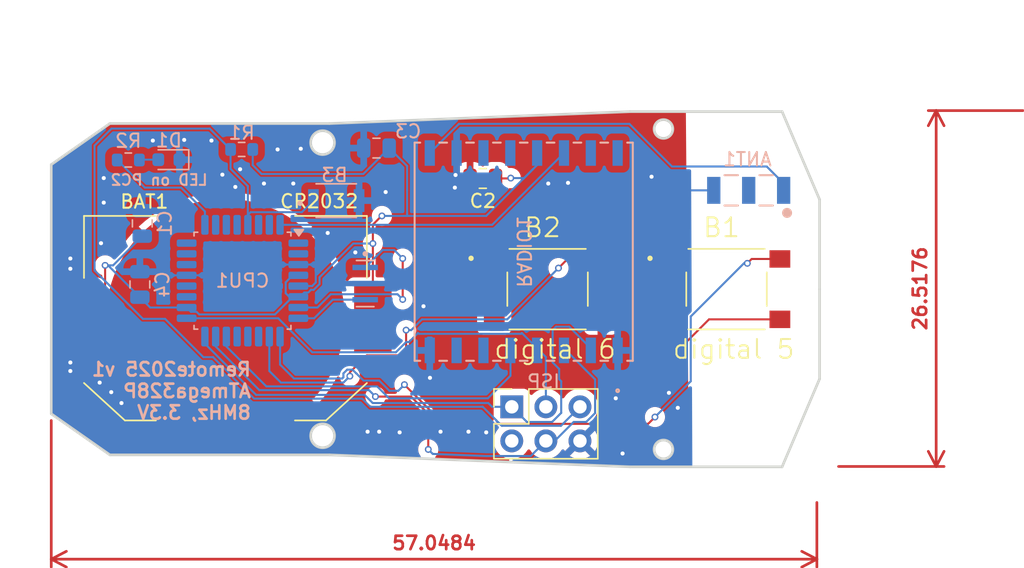
<source format=kicad_pcb>
(kicad_pcb (version 20241229) (generator "pcbnew") (generator_version "9.0")
  (title_block (title "Remote (LockProject 2025)") (date "2025-08-03"))
  (layers (0 "F.Cu" signal) (2 "B.Cu" signal) (13 "F.Paste" user) (15 "B.Paste" user) (5 "F.SilkS" user "F.Silkscreen") (7 "B.SilkS" user "B.Silkscreen") (1 "F.Mask" user) (3 "B.Mask" user) (25 "Edge.Cuts" user))
  (net 0 "")
  (net 1 "GND")
  (net 2 "+3.3V")
  (net 9 "/RESET")
  (net 10 "/SCK")
  (net 11 "/NSS")
  (net 12 "/MOSI")
  (net 13 "/MISO")
  (net 14 "/PD2")
  (net 16 "Net-(CPU1-XTAL2{slash}PB7)")
  (net 17 "Net-(CPU1-XTAL1{slash}PB6)")
  (net 32 "/ANT")
  (net 33 "/PD5")
  (net 34 "/PD6")
  (net 39 "unconnected-(ISP1-VCC-Pad2)")
  (net 40 "Net-(D1-A)")
  (net 41 "/PC2")
  (footprint "Connector_PinSocket_2.54mm:PinSocket_2x03_P2.54mm_Vertical" (layer "F.Cu") (at 223.344288 70.6374 90)
    (property "Reference" "ISP1" (hide yes))
    (property "Value" "ISP" (at 1.8796 2.3622 0) (layer "B.SilkS") (effects (justify mirror)))
    (fp_line (start 1.33 -1.33) (end 1.33 0) (stroke (width 0.12)) (layer "F.SilkS"))
    (fp_line (start 0 -1.33) (end 1.33 -1.33) (stroke (width 0.12)) (layer "F.SilkS"))
    (fp_line (start -1.27 -1.33) (end -1.27 1.27) (stroke (width 0.12)) (layer "F.SilkS"))
    (fp_line (start -3.87 -1.33) (end -1.27 -1.33) (stroke (width 0.12)) (layer "F.SilkS"))
    (fp_line (start -3.87 -1.33) (end -3.87 6.41) (stroke (width 0.12)) (layer "F.SilkS"))
    (fp_line (start 1.33 1.27) (end 1.33 6.41) (stroke (width 0.12)) (layer "F.SilkS"))
    (fp_line (start -1.27 1.27) (end 1.33 1.27) (stroke (width 0.12)) (layer "F.SilkS"))
    (fp_line (start -3.87 6.41) (end 1.33 6.41) (stroke (width 0.12)) (layer "F.SilkS"))
    (pad "1" thru_hole rect (at 0 0 90) (size 1.7 1.7) (drill 1) (layers "*.Cu" "*.Mask") (net 13 "/MISO"))
    (pad "2" thru_hole circle (at -2.54 0 90) (size 1.7 1.7) (drill 1) (layers "*.Cu" "*.Mask") (net 39 "unconnected-(ISP1-VCC-Pad2)"))
    (pad "3" thru_hole circle (at 0 2.54 90) (size 1.7 1.7) (drill 1) (layers "*.Cu" "*.Mask") (net 10 "/SCK"))
    (pad "4" thru_hole circle (at -2.54 2.54 90) (size 1.7 1.7) (drill 1) (layers "*.Cu" "*.Mask") (net 12 "/MOSI"))
    (pad "5" thru_hole circle (at 0 5.08 90) (size 1.7 1.7) (drill 1) (layers "*.Cu" "*.Mask") (net 9 "/RESET"))
    (pad "6" thru_hole circle (at -2.54 5.08 90) (size 1.7 1.7) (drill 1) (layers "*.Cu" "*.Mask") (net 1 "GND"))
  )
  (footprint "lock_project:SW_PTS645SK43SMTR92LFS" (layer "F.Cu") (at 226.011288 61.8704)
    (property "Reference" "B2" (at -0.375 -4.589 0) (layer "F.SilkS") (effects (font (size 1.4 1.4))))
    (property "Value" "digital 6" (at 0.5588 4.4744 0) (layer "F.SilkS") (effects (font (size 1.4 1.4))))
    (fp_line (start -3 -1.25) (end -3 1.25) (stroke (width 0.127)) (layer "F.SilkS"))
    (fp_line (start -2.85 -3) (end 2.85 -3) (stroke (width 0.127)) (layer "F.SilkS"))
    (fp_line (start -2.85 3) (end 2.85 3) (stroke (width 0.127)) (layer "F.SilkS"))
    (fp_line (start 3 -1.25) (end 3 1.25) (stroke (width 0.127)) (layer "F.SilkS"))
    (fp_circle (center -5.7 -2.3) (end -5.6 -2.3) (stroke (width 0.2)) (fill no) (layer "F.SilkS"))
    (pad "1" smd rect (at -3.975 -2.25) (size 1.55 1.3) (layers "F.Cu" "F.Mask" "F.Paste"))
    (pad "2" smd rect (at 3.975 -2.25) (size 1.55 1.3) (layers "F.Cu" "F.Mask" "F.Paste") (net 34 "/PD6"))
    (pad "3" smd rect (at -3.975 2.25) (size 1.55 1.3) (layers "F.Cu" "F.Mask" "F.Paste"))
    (pad "4" smd rect (at 3.975 2.25) (size 1.55 1.3) (layers "F.Cu" "F.Mask" "F.Paste") (net 1 "GND"))
  )
  (footprint "lock_project:SW_PTS645SK43SMTR92LFS" (layer "F.Cu") (at 239.346288 61.8704)
    (property "Reference" "B1" (at -0.375 -4.589 0) (layer "F.SilkS") (effects (font (size 1.4 1.4))))
    (property "Value" "digital 5" (at 0.5334 4.4744 0) (layer "F.SilkS") (effects (font (size 1.4 1.4))))
    (fp_line (start -3 -1.25) (end -3 1.25) (stroke (width 0.127)) (layer "F.SilkS"))
    (fp_line (start -2.85 -3) (end 2.85 -3) (stroke (width 0.127)) (layer "F.SilkS"))
    (fp_line (start -2.85 3) (end 2.85 3) (stroke (width 0.127)) (layer "F.SilkS"))
    (fp_line (start 3 -1.25) (end 3 1.25) (stroke (width 0.127)) (layer "F.SilkS"))
    (fp_circle (center -5.7 -2.3) (end -5.6 -2.3) (stroke (width 0.2)) (fill no) (layer "F.SilkS"))
    (pad "1" smd rect (at -3.975 -2.25) (size 1.55 1.3) (layers "F.Cu" "F.Mask" "F.Paste"))
    (pad "2" smd rect (at 3.975 -2.25) (size 1.55 1.3) (layers "F.Cu" "F.Mask" "F.Paste") (net 33 "/PD5"))
    (pad "3" smd rect (at -3.975 2.25) (size 1.55 1.3) (layers "F.Cu" "F.Mask" "F.Paste"))
    (pad "4" smd rect (at 3.975 2.25) (size 1.55 1.3) (layers "F.Cu" "F.Mask" "F.Paste") (net 1 "GND"))
  )
  (footprint "lock_project:BAT_BK-912" (layer "F.Cu") (at 202.008288 64.0334 180)
    (property "Reference" "BAT1" (at 6.0452 8.6868 180) (layer "F.SilkS"))
    (property "Value" "CR2032" (at -6.985 8.7122 180) (layer "F.SilkS"))
    (fp_line (start 10.54 7.62) (end 5.18 7.62) (stroke (width 0.127)) (layer "F.SilkS"))
    (fp_line (start 10.54 3) (end 10.54 7.62) (stroke (width 0.127)) (layer "F.SilkS"))
    (fp_line (start 7.49 -7.62) (end 10.54 -4.83) (stroke (width 0.127)) (layer "F.SilkS"))
    (fp_line (start 5.18 -7.62) (end 7.49 -7.62) (stroke (width 0.127)) (layer "F.SilkS"))
    (fp_line (start -5.18 7.62) (end -10.54 7.62) (stroke (width 0.127)) (layer "F.SilkS"))
    (fp_line (start -7.49 -7.62) (end -5.18 -7.62) (stroke (width 0.127)) (layer "F.SilkS"))
    (fp_line (start -10.54 7.62) (end -10.54 3) (stroke (width 0.127)) (layer "F.SilkS"))
    (fp_line (start -10.54 -4.83) (end -7.49 -7.62) (stroke (width 0.127)) (layer "F.SilkS"))
    (pad "1" smd circle (at 0 0 180) (size 17.78 17.78) (layers "F.Cu" "F.Mask") (net 1 "GND"))
    (pad "S1" smd rect (at -10.985 0 180) (size 2.79 5.08) (layers "F.Cu" "F.Mask" "F.Paste") (net 2 "+3.3V"))
    (pad "S2" smd rect (at 10.985 0 180) (size 2.79 5.08) (layers "F.Cu" "F.Mask" "F.Paste") (net 2 "+3.3V"))
  )
  (footprint "Capacitor_SMD:C_0805_2012Metric" (layer "F.Cu") (at 221.185288 53.6194 180)
    (property "Reference" "C2" (at 0 -1.68 180) (layer "F.SilkS"))
    (property "Value" "0.1uF")
    (fp_line (start -0.261252 0.735) (end 0.261252 0.735) (stroke (width 0.12)) (layer "F.SilkS"))
    (fp_line (start -0.261252 -0.735) (end 0.261252 -0.735) (stroke (width 0.12)) (layer "F.SilkS"))
    (pad "1" smd roundrect (at -0.95 0 180) (size 1 1.45) (layers "F.Cu" "F.Mask" "F.Paste") (net 2 "+3.3V"))
    (pad "2" smd roundrect (at 0.95 0 180) (size 1 1.45) (layers "F.Cu" "F.Mask" "F.Paste") (net 1 "GND"))
  )
  (footprint "Capacitor_SMD:C_0805_2012Metric" (layer "B.Cu") (at 195.632888 61.5188 90)
    (property "Reference" "C4" (at 0 1.68 270) (layer "B.SilkS") (effects (justify mirror)))
    (property "Value" "10uF")
    (fp_line (start -0.261252 -0.735) (end 0.261252 -0.735) (stroke (width 0.12)) (layer "B.SilkS"))
    (fp_line (start -0.261252 0.735) (end 0.261252 0.735) (stroke (width 0.12)) (layer "B.SilkS"))
    (pad "1" smd roundrect (at -0.95 0 90) (size 1 1.45) (layers "B.Cu" "B.Mask" "B.Paste") (net 2 "+3.3V"))
    (pad "2" smd roundrect (at 0.95 0 90) (size 1 1.45) (layers "B.Cu" "B.Mask" "B.Paste") (net 1 "GND"))
  )
  (footprint "Package_QFP:TQFP-32_7x7mm_P0.8mm" (layer "B.Cu") (at 203.278288 61.2394 180)
    (property "Reference" "CPU1" (hide yes))
    (property "Value" "ATmega328P-A" (hide yes))
    (fp_line (start 3.61 3.61) (end 3.61 3.335) (stroke (width 0.12)) (layer "B.SilkS"))
    (fp_line (start 3.61 -3.61) (end 3.61 -3.335) (stroke (width 0.12)) (layer "B.SilkS"))
    (fp_line (start 3.335 3.61) (end 3.61 3.61) (stroke (width 0.12)) (layer "B.SilkS"))
    (fp_line (start 3.335 -3.61) (end 3.61 -3.61) (stroke (width 0.12)) (layer "B.SilkS"))
    (fp_line (start -3.335 3.61) (end -3.61 3.61) (stroke (width 0.12)) (layer "B.SilkS"))
    (fp_line (start -3.335 -3.61) (end -3.61 -3.61) (stroke (width 0.12)) (layer "B.SilkS"))
    (fp_line (start -3.61 3.61) (end -3.61 3.335) (stroke (width 0.12)) (layer "B.SilkS"))
    (fp_line (start -3.61 -3.61) (end -3.61 -3.335) (stroke (width 0.12)) (layer "B.SilkS"))
    (fp_poly (pts (xy -4.2 3.335) (xy -4.54 3.805) (xy -3.86 3.805)) (stroke (width 0.12)) (fill yes) (layer "B.SilkS"))
    (fp_text user "${REFERENCE}" (at 0 0 0) (layer "B.SilkS") (effects (justify mirror)))
    (pad "1" smd roundrect (at -4.1625 2.8 180) (size 1.475 0.55) (layers "B.Cu" "B.Mask" "B.Paste"))
    (pad "2" smd roundrect (at -4.1625 2 180) (size 1.475 0.55) (layers "B.Cu" "B.Mask" "B.Paste"))
    (pad "3" smd roundrect (at -4.1625 1.2 180) (size 1.475 0.55) (layers "B.Cu" "B.Mask" "B.Paste") (net 1 "GND"))
    (pad "4" smd roundrect (at -4.1625 0.4 180) (size 1.475 0.55) (layers "B.Cu" "B.Mask" "B.Paste") (net 2 "+3.3V"))
    (pad "5" smd roundrect (at -4.1625 -0.4 180) (size 1.475 0.55) (layers "B.Cu" "B.Mask" "B.Paste") (net 1 "GND"))
    (pad "6" smd roundrect (at -4.1625 -1.2 180) (size 1.475 0.55) (layers "B.Cu" "B.Mask" "B.Paste") (net 2 "+3.3V"))
    (pad "7" smd roundrect (at -4.1625 -2 180) (size 1.475 0.55) (layers "B.Cu" "B.Mask" "B.Paste") (net 17 "Net-(CPU1-XTAL1{slash}PB6)"))
    (pad "8" smd roundrect (at -4.1625 -2.8 180) (size 1.475 0.55) (layers "B.Cu" "B.Mask" "B.Paste") (net 16 "Net-(CPU1-XTAL2{slash}PB7)"))
    (pad "9" smd roundrect (at -2.8 -4.1625 180) (size 0.55 1.475) (layers "B.Cu" "B.Mask" "B.Paste") (net 33 "/PD5"))
    (pad "10" smd roundrect (at -2 -4.1625 180) (size 0.55 1.475) (layers "B.Cu" "B.Mask" "B.Paste") (net 34 "/PD6"))
    (pad "11" smd roundrect (at -1.2 -4.1625 180) (size 0.55 1.475) (layers "B.Cu" "B.Mask" "B.Paste"))
    (pad "12" smd roundrect (at -0.4 -4.1625 180) (size 0.55 1.475) (layers "B.Cu" "B.Mask" "B.Paste"))
    (pad "13" smd roundrect (at 0.4 -4.1625 180) (size 0.55 1.475) (layers "B.Cu" "B.Mask" "B.Paste"))
    (pad "14" smd roundrect (at 1.2 -4.1625 180) (size 0.55 1.475) (layers "B.Cu" "B.Mask" "B.Paste") (net 11 "/NSS"))
    (pad "15" smd roundrect (at 2 -4.1625 180) (size 0.55 1.475) (layers "B.Cu" "B.Mask" "B.Paste") (net 12 "/MOSI"))
    (pad "16" smd roundrect (at 2.8 -4.1625 180) (size 0.55 1.475) (layers "B.Cu" "B.Mask" "B.Paste") (net 13 "/MISO"))
    (pad "17" smd roundrect (at 4.1625 -2.8 180) (size 1.475 0.55) (layers "B.Cu" "B.Mask" "B.Paste") (net 10 "/SCK"))
    (pad "18" smd roundrect (at 4.1625 -2 180) (size 1.475 0.55) (layers "B.Cu" "B.Mask" "B.Paste") (net 2 "+3.3V"))
    (pad "19" smd roundrect (at 4.1625 -1.2 180) (size 1.475 0.55) (layers "B.Cu" "B.Mask" "B.Paste"))
    (pad "20" smd roundrect (at 4.1625 -0.4 180) (size 1.475 0.55) (layers "B.Cu" "B.Mask" "B.Paste"))
    (pad "21" smd roundrect (at 4.1625 0.4 180) (size 1.475 0.55) (layers "B.Cu" "B.Mask" "B.Paste") (net 1 "GND"))
    (pad "22" smd roundrect (at 4.1625 1.2 180) (size 1.475 0.55) (layers "B.Cu" "B.Mask" "B.Paste"))
    (pad "23" smd roundrect (at 4.1625 2 180) (size 1.475 0.55) (layers "B.Cu" "B.Mask" "B.Paste"))
    (pad "24" smd roundrect (at 4.1625 2.8 180) (size 1.475 0.55) (layers "B.Cu" "B.Mask" "B.Paste"))
    (pad "25" smd roundrect (at 2.8 4.1625 180) (size 0.55 1.475) (layers "B.Cu" "B.Mask" "B.Paste") (net 41 "/PC2"))
    (pad "26" smd roundrect (at 2 4.1625 180) (size 0.55 1.475) (layers "B.Cu" "B.Mask" "B.Paste"))
    (pad "27" smd roundrect (at 1.2 4.1625 180) (size 0.55 1.475) (layers "B.Cu" "B.Mask" "B.Paste"))
    (pad "28" smd roundrect (at 0.4 4.1625 180) (size 0.55 1.475) (layers "B.Cu" "B.Mask" "B.Paste"))
    (pad "29" smd roundrect (at -0.4 4.1625 180) (size 0.55 1.475) (layers "B.Cu" "B.Mask" "B.Paste") (net 9 "/RESET"))
    (pad "30" smd roundrect (at -1.2 4.1625 180) (size 0.55 1.475) (layers "B.Cu" "B.Mask" "B.Paste"))
    (pad "31" smd roundrect (at -2 4.1625 180) (size 0.55 1.475) (layers "B.Cu" "B.Mask" "B.Paste"))
    (pad "32" smd roundrect (at -2.8 4.1625 180) (size 0.55 1.475) (layers "B.Cu" "B.Mask" "B.Paste") (net 14 "/PD2"))
  )
  (footprint "Resistor_SMD:R_0603_1608Metric" (layer "B.Cu") (at 194.769288 52.2478 180)
    (property "Reference" "R2" (at 0 1.43 0) (layer "B.SilkS") (effects (justify mirror)))
    (property "Value" "330 Ohm")
    (fp_line (start -0.237258 0.5225) (end 0.237258 0.5225) (stroke (width 0.12)) (layer "B.SilkS"))
    (fp_line (start -0.237258 -0.5225) (end 0.237258 -0.5225) (stroke (width 0.12)) (layer "B.SilkS"))
    (pad "1" smd roundrect (at -0.825 0 180) (size 0.8 0.95) (layers "B.Cu" "B.Mask" "B.Paste") (net 40 "Net-(D1-A)"))
    (pad "2" smd roundrect (at 0.825 0 180) (size 0.8 0.95) (layers "B.Cu" "B.Mask" "B.Paste") (net 41 "/PC2"))
  )
  (footprint "Capacitor_SMD:C_0805_2012Metric" (layer "B.Cu") (at 213.260488 51.3588 180)
    (property "Reference" "C3" (at -2.3622 1.2446 0) (layer "B.SilkS") (effects (justify mirror)))
    (property "Value" "10uF")
    (fp_line (start -0.261252 0.735) (end 0.261252 0.735) (stroke (width 0.12)) (layer "B.SilkS"))
    (fp_line (start -0.261252 -0.735) (end 0.261252 -0.735) (stroke (width 0.12)) (layer "B.SilkS"))
    (pad "1" smd roundrect (at -0.95 0 180) (size 1 1.45) (layers "B.Cu" "B.Mask" "B.Paste") (net 2 "+3.3V"))
    (pad "2" smd roundrect (at 0.95 0 180) (size 1 1.45) (layers "B.Cu" "B.Mask" "B.Paste") (net 1 "GND"))
  )
  (footprint "lock_project:RFM69HCW_SPK" (layer "B.Cu") (at 224.233288 59.0804 90)
    (property "Reference" "RADIO1" (at 0 0 270) (layer "B.SilkS") (effects (justify mirror)))
    (property "Value" "RFM69HCW-915MHz")
    (fp_line (start 8.128 -8.128) (end 8.128 -7.713739) (stroke (width 0.1524)) (layer "B.SilkS"))
    (fp_line (start -8.128 -8.128) (end 8.128 -8.128) (stroke (width 0.1524)) (layer "B.SilkS"))
    (fp_line (start -8.128 -7.713741) (end -8.128 -8.128) (stroke (width 0.1524)) (layer "B.SilkS"))
    (fp_line (start 8.128 -6.286259) (end 8.128 -5.71374) (stroke (width 0.1524)) (layer "B.SilkS"))
    (fp_line (start -8.128 -5.71374) (end -8.128 -6.286261) (stroke (width 0.1524)) (layer "B.SilkS"))
    (fp_line (start 8.128 -4.28626) (end 8.128 -3.713739) (stroke (width 0.1524)) (layer "B.SilkS"))
    (fp_line (start -8.128 -3.713739) (end -8.128 -4.28626) (stroke (width 0.1524)) (layer "B.SilkS"))
    (fp_line (start 8.128 -2.286259) (end 8.128 -1.713741) (stroke (width 0.1524)) (layer "B.SilkS"))
    (fp_line (start -8.128 -1.713741) (end -8.128 -2.286259) (stroke (width 0.1524)) (layer "B.SilkS"))
    (fp_line (start 8.128 -0.286261) (end 8.128 0.286261) (stroke (width 0.1524)) (layer "B.SilkS"))
    (fp_line (start -8.128 0.286261) (end -8.128 -0.286261) (stroke (width 0.1524)) (layer "B.SilkS"))
    (fp_line (start 8.128 1.713741) (end 8.128 2.286259) (stroke (width 0.1524)) (layer "B.SilkS"))
    (fp_line (start -8.128 2.286259) (end -8.128 1.713741) (stroke (width 0.1524)) (layer "B.SilkS"))
    (fp_line (start 8.128 3.713739) (end 8.128 4.28626) (stroke (width 0.1524)) (layer "B.SilkS"))
    (fp_line (start -8.128 4.28626) (end -8.128 3.713739) (stroke (width 0.1524)) (layer "B.SilkS"))
    (fp_line (start 8.128 5.71374) (end 8.128 6.286261) (stroke (width 0.1524)) (layer "B.SilkS"))
    (fp_line (start -8.128 6.286259) (end -8.128 5.71374) (stroke (width 0.1524)) (layer "B.SilkS"))
    (fp_line (start 8.128 7.713741) (end 8.128 8.128) (stroke (width 0.1524)) (layer "B.SilkS"))
    (fp_line (start 8.128 8.128) (end -8.128 8.128) (stroke (width 0.1524)) (layer "B.SilkS"))
    (fp_line (start -8.128 8.128) (end -8.128 7.713739) (stroke (width 0.1524)) (layer "B.SilkS"))
    (fp_circle (center -10.3566 7) (end -10.255 7) (stroke (width 0.1524)) (fill no) (layer "B.SilkS"))
    (pad "1" smd rect (at -7.3533 6.999999 90) (size 1.905 0.762) (layers "B.Cu" "B.Mask" "B.Paste") (net 1 "GND"))
    (pad "2" smd rect (at -7.3533 5 90) (size 1.905 0.762) (layers "B.Cu" "B.Mask" "B.Paste") (net 13 "/MISO"))
    (pad "3" smd rect (at -7.3533 2.999999 90) (size 1.905 0.762) (layers "B.Cu" "B.Mask" "B.Paste") (net 12 "/MOSI"))
    (pad "4" smd rect (at -7.3533 1.000001 90) (size 1.905 0.762) (layers "B.Cu" "B.Mask" "B.Paste") (net 10 "/SCK"))
    (pad "5" smd rect (at -7.3533 -1.000001 90) (size 1.905 0.762) (layers "B.Cu" "B.Mask" "B.Paste") (net 11 "/NSS"))
    (pad "6" smd rect (at -7.3533 -2.999999 90) (size 1.905 0.762) (layers "B.Cu" "B.Mask" "B.Paste"))
    (pad "7" smd rect (at -7.3533 -5 90) (size 1.905 0.762) (layers "B.Cu" "B.Mask" "B.Paste"))
    (pad "8" smd rect (at -7.3533 -7.000001 90) (size 1.905 0.762) (layers "B.Cu" "B.Mask" "B.Paste") (net 1 "GND"))
    (pad "9" smd rect (at 7.3533 -6.999999 90) (size 1.905 0.762) (layers "B.Cu" "B.Mask" "B.Paste") (net 32 "/ANT"))
    (pad "10" smd rect (at 7.3533 -5 90) (size 1.905 0.762) (layers "B.Cu" "B.Mask" "B.Paste") (net 1 "GND"))
    (pad "11" smd rect (at 7.3533 -2.999999 90) (size 1.905 0.762) (layers "B.Cu" "B.Mask" "B.Paste"))
    (pad "12" smd rect (at 7.3533 -1.000001 90) (size 1.905 0.762) (layers "B.Cu" "B.Mask" "B.Paste"))
    (pad "13" smd rect (at 7.3533 1.000001 90) (size 1.905 0.762) (layers "B.Cu" "B.Mask" "B.Paste") (net 2 "+3.3V"))
    (pad "14" smd rect (at 7.3533 2.999999 90) (size 1.905 0.762) (layers "B.Cu" "B.Mask" "B.Paste") (net 14 "/PD2"))
    (pad "15" smd rect (at 7.3533 5 90) (size 1.905 0.762) (layers "B.Cu" "B.Mask" "B.Paste"))
    (pad "16" smd rect (at 7.3533 7.000001 90) (size 1.905 0.762) (layers "B.Cu" "B.Mask" "B.Paste"))
  )
  (footprint "lock_project:BUTTON_SW_B3U-1000P" (layer "B.Cu") (at 210.263288 55.2704)
    (property "Reference" "B3" (at -0.127 -1.905 180) (layer "B.SilkS") (effects (justify mirror)))
    (property "Value" "B3U-1000P" (hide yes))
    (fp_line (start -1.5 -1.25) (end 1.5 -1.25) (stroke (width 0.127)) (layer "B.SilkS"))
    (fp_line (start -1.5 1.25) (end 1.5 1.25) (stroke (width 0.127)) (layer "B.SilkS"))
    (fp_circle (center -2.7 0.2) (end -2.6 0.2) (stroke (width 0.2)) (fill no) (layer "B.SilkS"))
    (pad "1" smd rect (at -1.7 0) (size 0.8 1.7) (layers "B.Cu" "B.Mask" "B.Paste") (net 9 "/RESET"))
    (pad "2" smd rect (at 1.7 0) (size 0.8 1.7) (layers "B.Cu" "B.Mask" "B.Paste") (net 1 "GND"))
  )
  (footprint "lock_project:ANTENNA_M620720_KYO" (layer "B.Cu") (at 240.997288 54.5084 180)
    (property "Reference" "ANT1" (at 0.1016 2.3114 0) (layer "B.SilkS") (effects (justify mirror)))
    (property "Value" "~")
    (fp_line (start 1.80065 1.1303) (end 0.80285 1.1303) (stroke (width 0.1524)) (layer "B.SilkS"))
    (fp_line (start 0.80285 -1.1303) (end 1.80065 -1.1303) (stroke (width 0.1524)) (layer "B.SilkS"))
    (fp_line (start -0.80285 1.1303) (end -1.80065 1.1303) (stroke (width 0.1524)) (layer "B.SilkS"))
    (fp_line (start -1.80065 -1.1303) (end -0.80285 -1.1303) (stroke (width 0.1524)) (layer "B.SilkS"))
    (fp_circle (center -2.860541 -1.679292) (end -2.860541 -2.001956) (stroke (width 0.1)) (fill yes) (layer "B.SilkS"))
    (pad "1" smd rect (at -2.6035 0 180) (size 0.9906 2.0066) (layers "B.Cu" "B.Mask" "B.Paste") (net 32 "/ANT"))
    (pad "2" smd rect (at 0 0 180) (size 0.9906 2.0066) (layers "B.Cu" "B.Mask" "B.Paste"))
    (pad "3" smd rect (at 2.6035 0 180) (size 0.9906 2.0066) (layers "B.Cu" "B.Mask" "B.Paste") (net 1 "GND"))
    (zone (net 0) (net_name "") (layer "B.Cu") (connect_pads (clearance 0)) (min_thickness 0.254)
      (keepout (tracks not_allowed) (vias not_allowed) (pads allowed) (copperpour not_allowed) (footprints allowed))
      (fill (thermal_gap 0.508) (thermal_bridge_width 0.508))
      (polygon (pts (xy 238.939888 53.5559) (xy 240.451188 53.5559) (xy 240.451188 55.4609) (xy 238.939888 55.4609)))
    )
    (zone (net 0) (net_name "") (layer "B.Cu") (connect_pads (clearance 0)) (min_thickness 0.254)
      (keepout (tracks not_allowed) (vias not_allowed) (pads allowed) (copperpour not_allowed) (footprints allowed))
      (fill (thermal_gap 0.508) (thermal_bridge_width 0.508))
      (polygon (pts (xy 241.543388 53.5559) (xy 243.054688 53.5559) (xy 243.054688 55.4609) (xy 241.543388 55.4609)))
    )
  )
  (footprint "lock_project:CSTNE8M00G550000R0" (layer "B.Cu") (at 212.422288 61.4534 -90)
    (property "Reference" "Y1" (hide yes))
    (property "Value" "8MHz" (hide yes))
    (fp_line (start -1.72 0.65) (end -1.72 -0.65) (stroke (width 0.127)) (layer "B.SilkS"))
    (fp_line (start 1.72 0.65) (end 1.72 -0.65) (stroke (width 0.127)) (layer "B.SilkS"))
    (fp_circle (center -2.22 0) (end -2.12 0) (stroke (width 0.2)) (fill no) (layer "B.SilkS"))
    (pad "1" smd rect (at -1.2 0 270) (size 0.4 1.9) (layers "B.Cu" "B.Mask" "B.Paste") (net 17 "Net-(CPU1-XTAL1{slash}PB6)"))
    (pad "2" smd rect (at 0 0 270) (size 0.4 1.9) (layers "B.Cu" "B.Mask" "B.Paste") (net 1 "GND"))
    (pad "3" smd rect (at 1.2 0 270) (size 0.4 1.9) (layers "B.Cu" "B.Mask" "B.Paste") (net 16 "Net-(CPU1-XTAL2{slash}PB7)"))
  )
  (footprint "Resistor_SMD:R_0603_1608Metric" (layer "B.Cu") (at 203.217288 51.4604 180)
    (property "Reference" "R1" (at 0 1.2446 0) (layer "B.SilkS") (effects (justify mirror)))
    (property "Value" "10k")
    (fp_line (start -0.237258 0.5225) (end 0.237258 0.5225) (stroke (width 0.12)) (layer "B.SilkS"))
    (fp_line (start -0.237258 -0.5225) (end 0.237258 -0.5225) (stroke (width 0.12)) (layer "B.SilkS"))
    (pad "1" smd roundrect (at -0.825 0 180) (size 0.8 0.95) (layers "B.Cu" "B.Mask" "B.Paste") (net 2 "+3.3V"))
    (pad "2" smd roundrect (at 0.825 0 180) (size 0.8 0.95) (layers "B.Cu" "B.Mask" "B.Paste") (net 9 "/RESET"))
  )
  (footprint "LED_SMD:LED_0603_1608Metric" (layer "B.Cu") (at 197.791888 52.2224 180)
    (property "Reference" "D1" (at 0 1.43 0) (layer "B.SilkS") (effects (justify mirror)))
    (property "Value" "LED")
    (fp_line (start 0.8 0.735) (end -1.485 0.735) (stroke (width 0.12)) (layer "B.SilkS"))
    (fp_line (start -1.485 0.735) (end -1.485 -0.735) (stroke (width 0.12)) (layer "B.SilkS"))
    (fp_line (start -1.485 -0.735) (end 0.8 -0.735) (stroke (width 0.12)) (layer "B.SilkS"))
    (pad "1" smd roundrect (at -0.7875 0 180) (size 0.875 0.95) (layers "B.Cu" "B.Mask" "B.Paste") (net 1 "GND"))
    (pad "2" smd roundrect (at 0.7875 0 180) (size 0.875 0.95) (layers "B.Cu" "B.Mask" "B.Paste") (net 40 "Net-(D1-A)"))
  )
  (footprint "Capacitor_SMD:C_0805_2012Metric" (layer "B.Cu") (at 195.810688 56.9722 90)
    (property "Reference" "C1" (at 0 1.68 270) (layer "B.SilkS") (effects (justify mirror)))
    (property "Value" "0.1uF")
    (fp_line (start -0.261252 -0.735) (end 0.261252 -0.735) (stroke (width 0.12)) (layer "B.SilkS"))
    (fp_line (start -0.261252 0.735) (end 0.261252 0.735) (stroke (width 0.12)) (layer "B.SilkS"))
    (pad "1" smd roundrect (at -0.95 0 90) (size 1 1.45) (layers "B.Cu" "B.Mask" "B.Paste") (net 2 "+3.3V"))
    (pad "2" smd roundrect (at 0.95 0 90) (size 1 1.45) (layers "B.Cu" "B.Mask" "B.Paste") (net 1 "GND"))
  )
  (gr_circle (center 209.247288 72.7964) (end 210.136288 72.7964) (stroke (width 0.2)) (fill no) (layer "Edge.Cuts"))
  (gr_circle (center 234.647288 73.8124) (end 235.345788 73.8124) (stroke (width 0.2)) (fill no) (layer "Edge.Cuts"))
  (gr_line (start 243.486488 48.641) (end 246.280488 55.1942) (stroke (width 0.2)) (layer "Edge.Cuts"))
  (gr_line (start 243.486488 48.641) (end 232.158088 48.641) (stroke (width 0.2)) (layer "Edge.Cuts"))
  (gr_circle (center 234.647288 49.9364) (end 235.345788 49.9364) (stroke (width 0.2)) (fill no) (layer "Edge.Cuts"))
  (gr_line (start 246.280488 61.8744) (end 246.280488 55.1942) (stroke (width 0.2)) (layer "Edge.Cuts"))
  (gr_line (start 209.755288 74.2188) (end 193.397688 74.2188) (stroke (width 0.2)) (layer "Edge.Cuts"))
  (gr_line (start 189.028888 71.158548) (end 189.028888 61.8744) (stroke (width 0.2)) (layer "Edge.Cuts"))
  (gr_line (start 209.755288 49.53) (end 193.397688 49.53) (stroke (width 0.2)) (layer "Edge.Cuts"))
  (gr_line (start 246.280488 61.8744) (end 246.280488 68.5546) (stroke (width 0.2)) (layer "Edge.Cuts"))
  (gr_line (start 243.486488 75.1078) (end 246.280488 68.5546) (stroke (width 0.2)) (layer "Edge.Cuts"))
  (gr_line (start 193.397688 74.2188) (end 189.028888 71.158548) (stroke (width 0.2)) (layer "Edge.Cuts"))
  (gr_line (start 193.397688 49.53) (end 189.028888 52.590252) (stroke (width 0.2)) (layer "Edge.Cuts"))
  (gr_circle (center 209.247288 50.9524) (end 210.136288 50.9524) (stroke (width 0.2)) (fill no) (layer "Edge.Cuts"))
  (gr_line (start 243.486488 75.1078) (end 232.158088 75.1078) (stroke (width 0.2)) (layer "Edge.Cuts"))
  (gr_line (start 189.028888 52.590252) (end 189.028888 61.8744) (stroke (width 0.2)) (layer "Edge.Cuts"))
  (gr_line (start 232.158088 48.641) (end 209.755288 49.53) (stroke (width 0.2)) (layer "Edge.Cuts"))
  (gr_line (start 232.158088 75.1078) (end 209.755288 74.2188) (stroke (width 0.2)) (layer "Edge.Cuts"))
  (gr_text "Remote2025 v1\nATmega328P\n8MHz, 3.3V" (at 204.014888 71.6534 0) (layer "B.SilkS") (effects (font (size 1 1) (thickness 0.2) (bold yes)) (justify left bottom mirror)))
  (gr_text "LED on PC2" (at 200.763688 54.2036 0) (layer "B.SilkS") (effects (font (size 0.8 0.8) (thickness 0.15) (bold yes)) (justify left bottom mirror)))
  (dimension (type orthogonal) (layer "F.Cu") (pts (xy 261.926888 48.5648) (xy 247.194888 75.0824)) (height -6.9596) (orientation 1) (format (prefix "") (suffix "") (units 3) (units_format 0) (precision 4) (suppress_zeroes yes)) (style (thickness 0.2) (arrow_length 1.27) (text_position_mode 0) (arrow_direction outward) (extension_height 0.58642) (extension_offset 0.5) (keep_text_aligned yes)) (gr_text "1.044" (at 253.767288 61.8236 90) (layer "F.Cu") (effects (font (size 1 1) (thickness 0.2)))))
  (dimension (type orthogonal) (layer "F.Cu") (pts (xy 189.028888 71.158548) (xy 246.077288 77.2668)) (height 10.832652) (orientation 0) (format (prefix "") (suffix "") (units 3) (units_format 0) (precision 4) (suppress_zeroes yes)) (style (thickness 0.2) (arrow_length 1.27) (text_position_mode 0) (arrow_direction outward) (extension_height 0.58642) (extension_offset 0.5) (keep_text_aligned yes)) (gr_text "2.246" (at 217.553088 80.7912 0) (layer "F.Cu") (effects (font (size 1 1) (thickness 0.2)))))
  (segment (start 238.040088 64.1204) (end 234.952088 67.2084) (width 0.1524) (layer "F.Cu") (net 1))
  (segment (start 204.802288 64.0334) (end 202.008288 64.0334) (width 0.1524) (layer "F.Cu") (net 1))
  (segment (start 202.008288 64.0334) (end 202.008288 58.9534) (width 0.1524) (layer "F.Cu") (net 1))
  (segment (start 243.321288 64.1204) (end 238.040088 64.1204) (width 0.1524) (layer "F.Cu") (net 1))
  (via (at 213.463688 72.4916) (size 0.50546) (drill 0.30226) (layers "F.Cu" "B.Cu") (net 1))
  (via (at 216.765688 63.1444) (size 0.50546) (drill 0.30226) (layers "F.Cu" "B.Cu") (net 1))
  (via (at 190.451288 67.3354) (size 0.50546) (drill 0.30226) (layers "F.Cu" "B.Cu") (net 1))
  (via (at 217.248288 68.4784) (size 0.50546) (drill 0.30226) (layers "F.Cu" "B.Cu") (net 1))
  (via (at 190.451288 60.3504) (size 0.50546) (drill 0.30226) (layers "F.Cu" "B.Cu") (net 1))
  (via (at 219.153288 53.3654) (size 0.50546) (drill 0.30226) (layers "F.Cu" "B.Cu") (net 1))
  (via (at 190.451288 59.5884) (size 0.50546) (drill 0.30226) (layers "F.Cu" "B.Cu") (net 1))
  (via (at 235.714088 70.7136) (size 0.50546) (drill 0.30226) (layers "F.Cu" "B.Cu") (net 1))
  (via (at 190.451288 67.9704) (size 0.50546) (drill 0.30226) (layers "F.Cu" "B.Cu") (net 1))
  (via (at 218.035688 72.4916) (size 0.50546) (drill 0.30226) (layers "F.Cu" "B.Cu") (net 1))
  (via (at 203.100488 52.9336) (size 0.50546) (drill 0.30226) (layers "F.Cu" "B.Cu") (net 1))
  (via (at 226.062088 54.0004) (size 0.50546) (drill 0.30226) (layers "F.Cu" "B.Cu") (net 1))
  (via (at 214.987688 72.5424) (size 0.50546) (drill 0.30226) (layers "F.Cu" "B.Cu") (net 1))
  (via (at 209.628288 57.6834) (size 0.50546) (drill 0.30226) (layers "F.Cu" "B.Cu") (net 1))
  (via (at 205.894488 51.4604) (size 0.50546) (drill 0.30226) (layers "F.Cu" "B.Cu") (net 1))
  (via (at 207.621688 51.4096) (size 0.50546) (drill 0.30226) (layers "F.Cu" "B.Cu") (net 1))
  (via (at 235.053688 69.596) (size 0.50546) (drill 0.30226) (layers "F.Cu" "B.Cu") (net 1))
  (via (at 219.102488 54.3052) (size 0.50546) (drill 0.30226) (layers "F.Cu" "B.Cu") (net 1))
  (via (at 192.940488 53.594) (size 0.50546) (drill 0.30226) (layers "F.Cu" "B.Cu") (net 1))
  (via (at 212.600088 72.4916) (size 0.50546) (drill 0.30226) (layers "F.Cu" "B.Cu") (net 1))
  (via (at 196.598088 50.8) (size 0.50546) (drill 0.30226) (layers "F.Cu" "B.Cu") (net 1))
  (via (at 193.499288 69.5452) (size 0.50546) (drill 0.30226) (layers "F.Cu" "B.Cu") (net 1))
  (via (at 192.635688 68.834) (size 0.50546) (drill 0.30226) (layers "F.Cu" "B.Cu") (net 1))
  (via (at 201.779688 53.34) (size 0.50546) (drill 0.30226) (layers "F.Cu" "B.Cu") (net 1))
  (via (at 192.737288 58.4454) (size 0.50546) (drill 0.30226) (layers "F.Cu" "B.Cu") (net 1))
  (via (at 231.599288 74.1172) (size 0.50546) (drill 0.30226) (layers "F.Cu" "B.Cu") (net 1))
  (via (at 211.685688 59.1312) (size 0.50546) (drill 0.30226) (layers "F.Cu" "B.Cu") (net 1))
  (via (at 221.439288 72.5424) (size 0.50546) (drill 0.30226) (layers "F.Cu" "B.Cu") (net 1))
  (via (at 204.878488 54.0004) (size 0.50546) (drill 0.30226) (layers "F.Cu" "B.Cu") (net 1))
  (via (at 233.758288 53.4924) (size 0.50546) (drill 0.30226) (layers "F.Cu" "B.Cu") (net 1))
  (via (at 227.535288 53.9496) (size 0.50546) (drill 0.30226) (layers "F.Cu" "B.Cu") (net 1))
  (via (at 192.940488 55.4228) (size 0.50546) (drill 0.30226) (layers "F.Cu" "B.Cu") (net 1))
  (via (at 200.966888 50.8) (size 0.50546) (drill 0.30226) (layers "F.Cu" "B.Cu") (net 1))
  (via (at 202.744888 54.2544) (size 0.50546) (drill 0.30226) (layers "F.Cu" "B.Cu") (net 1))
  (via (at 213.946288 54.6354) (size 0.50546) (drill 0.30226) (layers "F.Cu" "B.Cu") (net 1))
  (via (at 207.062888 54.0004) (size 0.50546) (drill 0.30226) (layers "F.Cu" "B.Cu") (net 1))
  (via (at 220.118488 72.4916) (size 0.50546) (drill 0.30226) (layers "F.Cu" "B.Cu") (net 1))
  (via (at 198.934888 50.7492) (size 0.50546) (drill 0.30226) (layers "F.Cu" "B.Cu") (net 1))
  (via (at 231.091288 70.0024) (size 0.50546) (drill 0.30226) (layers "F.Cu" "B.Cu") (net 1))
  (via (at 194.261288 70.358) (size 0.50546) (drill 0.30226) (layers "F.Cu" "B.Cu") (net 1))
  (segment (start 199.115788 60.8394) (end 200.376288 60.8394) (width 0.1524) (layer "B.Cu") (net 1))
  (segment (start 208.739288 60.2234) (end 208.739288 61.3664) (width 0.1524) (layer "B.Cu") (net 1))
  (segment (start 207.01624 60.0394) (end 207.440788 60.0394) (width 0.1524) (layer "B.Cu") (net 1))
  (segment (start 238.393788 54.5084) (end 236.120488 54.5084) (width 0.1524) (layer "B.Cu") (net 1))
  (segment (start 207.440788 60.0394) (end 208.555288 60.0394) (width 0.1524) (layer "B.Cu") (net 1))
  (segment (start 197.696688 60.8394) (end 199.115788 60.8394) (width 0.1524) (layer "B.Cu") (net 1))
  (segment (start 207.440788 60.0394) (end 206.053088 60.0394) (width 0.1524) (layer "B.Cu") (net 1))
  (segment (start 208.466288 61.6394) (end 207.440788 61.6394) (width 0.1524) (layer "B.Cu") (net 1))
  (segment (start 208.555288 60.0394) (end 208.739288 60.2234) (width 0.1524) (layer "B.Cu") (net 1))
  (segment (start 208.739288 61.3664) (end 208.466288 61.6394) (width 0.1524) (layer "B.Cu") (net 1))
  (segment (start 206.053088 60.0394) (end 206.046888 60.0456) (width 0.1524) (layer "B.Cu") (net 1))
  (segment (start 212.993288 57.0616) (end 212.993288 58.4708) (width 0.1524) (layer "F.Cu") (net 2))
  (segment (start 193.042088 62.0146) (end 191.023288 64.0334) (width 0.1524) (layer "F.Cu") (net 2))
  (segment (start 193.042088 60.0964) (end 193.042088 62.0146) (width 0.1524) (layer "F.Cu") (net 2))
  (segment (start 212.993288 64.0334) (end 212.993288 65.955282) (width 0.1524) (layer "F.Cu") (net 2))
  (segment (start 212.993288 64.0334) (end 212.993288 58.4708) (width 0.1524) (layer "F.Cu") (net 2))
  (segment (start 222.135288 53.6194) (end 223.242688 53.6194) (width 0.1524) (layer "F.Cu") (net 2))
  (segment (start 212.993288 57.0616) (end 213.641488 56.4134) (width 0.1524) (layer "F.Cu") (net 2))
  (segment (start 223.242688 53.6194) (end 223.268088 53.594) (width 0.1524) (layer "F.Cu") (net 2))
  (segment (start 213.641488 56.4134) (end 213.666888 56.4134) (width 0.1524) (layer "F.Cu") (net 2))
  (via (at 212.993288 58.4708) (size 0.50546) (drill 0.30226) (layers "F.Cu" "B.Cu") (net 2))
  (via (at 193.042088 60.0964) (size 0.50546) (drill 0.30226) (layers "F.Cu" "B.Cu") (net 2))
  (via (at 223.268088 53.594) (size 0.50546) (drill 0.30226) (layers "F.Cu" "B.Cu") (net 2))
  (via (at 213.666888 56.4134) (size 0.50546) (drill 0.30226) (layers "F.Cu" "B.Cu") (net 2))
  (segment (start 207.01624 60.8394) (end 207.440788 60.8394) (width 0.1524) (layer "B.Cu") (net 2))
  (segment (start 208.186136 62.1186) (end 207.885488 62.1186) (width 0.1524) (layer "B.Cu") (net 2))
  (segment (start 209.019688 61.482546) (end 208.582433 61.9198) (width 0.1524) (layer "B.Cu") (net 2))
  (segment (start 208.382488 61.9198) (end 208.382488 61.922248) (width 0.1524) (layer "B.Cu") (net 2))
  (segment (start 212.993288 58.4708) (end 211.533288 58.4708) (width 0.1524) (layer "B.Cu") (net 2))
  (segment (start 207.440788 62.4394) (end 206.764288 62.4394) (width 0.1524) (layer "B.Cu") (net 2))
  (segment (start 223.268088 53.594) (end 224.157088 53.594) (width 0.1524) (layer "B.Cu") (net 2))
  (segment (start 205.70164 63.754) (end 207.01624 62.4394) (width 0.1524) (layer "B.Cu") (net 2))
  (segment (start 195.810688 57.9222) (end 193.636488 60.0964) (width 0.1524) (layer "B.Cu") (net 2))
  (segment (start 193.636488 60.0964) (end 193.042088 60.0964) (width 0.1524) (layer "B.Cu") (net 2))
  (segment (start 196.403488 63.2394) (end 195.632888 62.4688) (width 0.1524) (layer "B.Cu") (net 2))
  (segment (start 213.666888 56.4134) (end 215.546488 56.4134) (width 0.1524) (layer "B.Cu") (net 2))
  (segment (start 208.582433 61.9198) (end 208.382488 61.9198) (width 0.1524) (layer "B.Cu") (net 2))
  (segment (start 214.210488 51.3588) (end 212.280088 53.2892) (width 0.1524) (layer "B.Cu") (net 2))
  (segment (start 212.280088 53.2892) (end 204.703112 53.2892) (width 0.1524) (layer "B.Cu") (net 2))
  (segment (start 204.703112 53.2892) (end 204.042288 52.628376) (width 0.1524) (layer "B.Cu") (net 2))
  (segment (start 208.382488 61.922248) (end 208.186136 62.1186) (width 0.1524) (layer "B.Cu") (net 2))
  (segment (start 224.157088 53.594) (end 224.207888 53.6448) (width 0.1524) (layer "B.Cu") (net 2))
  (segment (start 215.546488 56.4134) (end 221.439288 56.4134) (width 0.1524) (layer "B.Cu") (net 2))
  (segment (start 221.439288 56.4134) (end 224.931788 52.9209) (width 0.1524) (layer "B.Cu") (net 2))
  (segment (start 214.210488 51.3588) (end 215.546488 52.6948) (width 0.1524) (layer "B.Cu") (net 2))
  (segment (start 224.207888 53.6448) (end 224.931788 52.9209) (width 0.1524) (layer "B.Cu") (net 2))
  (segment (start 209.019688 60.9844) (end 209.019688 61.482546) (width 0.1524) (layer "B.Cu") (net 2))
  (segment (start 215.546488 54.5084) (end 215.546488 56.4134) (width 0.1524) (layer "B.Cu") (net 2))
  (segment (start 215.546488 52.6948) (end 215.546488 54.5084) (width 0.1524) (layer "B.Cu") (net 2))
  (segment (start 206.499088 62.1742) (end 206.499088 61.356552) (width 0.1524) (layer "B.Cu") (net 2))
  (segment (start 207.885488 62.1186) (end 207.564688 62.4394) (width 0.1524) (layer "B.Cu") (net 2))
  (segment (start 207.01624 62.4394) (end 207.440788 62.4394) (width 0.1524) (layer "B.Cu") (net 2))
  (segment (start 199.861136 63.5602) (end 200.054936 63.754) (width 0.1524) (layer "B.Cu") (net 2))
  (segment (start 193.042088 59.944) (end 193.042088 60.0964) (width 0.1524) (layer "B.Cu") (net 2))
  (segment (start 199.115788 63.2394) (end 199.436588 63.5602) (width 0.1524) (layer "B.Cu") (net 2))
  (segment (start 207.564688 62.4394) (end 207.440788 62.4394) (width 0.1524) (layer "B.Cu") (net 2))
  (segment (start 204.042288 52.628376) (end 204.042288 51.4604) (width 0.1524) (layer "B.Cu") (net 2))
  (segment (start 211.533288 58.4708) (end 209.019688 60.9844) (width 0.1524) (layer "B.Cu") (net 2))
  (segment (start 195.632888 62.4688) (end 193.260488 60.0964) (width 0.1524) (layer "B.Cu") (net 2))
  (segment (start 199.436588 63.5602) (end 199.861136 63.5602) (width 0.1524) (layer "B.Cu") (net 2))
  (segment (start 206.499088 61.356552) (end 207.01624 60.8394) (width 0.1524) (layer "B.Cu") (net 2))
  (segment (start 206.764288 62.4394) (end 206.499088 62.1742) (width 0.1524) (layer "B.Cu") (net 2))
  (segment (start 225.249288 52.6034) (end 225.249288 51.5874) (width 0.1524) (layer "B.Cu") (net 2))
  (segment (start 193.260488 60.0964) (end 193.042088 60.0964) (width 0.1524) (layer "B.Cu") (net 2))
  (segment (start 224.931788 52.9209) (end 225.249288 52.6034) (width 0.1524) (layer "B.Cu") (net 2))
  (segment (start 199.115788 63.2394) (end 196.403488 63.2394) (width 0.1524) (layer "B.Cu") (net 2))
  (segment (start 200.054936 63.754) (end 205.70164 63.754) (width 0.1524) (layer "B.Cu") (net 2))
  (segment (start 200.839088 49.9072) (end 193.516657 49.9072) (width 0.1524) (layer "B.Cu") (net 9))
  (segment (start 222.598088 72.0502) (end 222.312488 71.7646) (width 0.1524) (layer "B.Cu") (net 9))
  (segment (start 222.217088 71.704454) (end 222.217088 71.6692) (width 0.1524) (layer "B.Cu") (net 9))
  (segment (start 204.142888 70.0288) (end 202.592488 68.4784) (width 0.1524) (layer "B.Cu") (net 9))
  (segment (start 192.254958 60.47767) (end 192.254958 51.168899) (width 0.1524) (layer "B.Cu") (net 9))
  (segment (start 222.277234 71.7646) (end 222.217088 71.704454) (width 0.1524) (layer "B.Cu") (net 9))
  (segment (start 203.883689 56.134) (end 203.678288 56.339401) (width 0.1524) (layer "B.Cu") (net 9))
  (segment (start 221.184748 70.63686) (end 221.149494 70.63686) (width 0.1524) (layer "B.Cu") (net 9))
  (segment (start 202.592488 68.4784) (end 202.592488 68.443146) (width 0.1524) (layer "B.Cu") (net 9))
  (segment (start 221.149494 70.63686) (end 221.149033 70.6364) (width 0.1524) (layer "B.Cu") (net 9))
  (segment (start 212.194688 70.0288) (end 204.142888 70.0288) (width 0.1524) (layer "B.Cu") (net 9))
  (segment (start 197.512488 64.0842) (end 195.861488 64.0842) (width 0.1524) (layer "B.Cu") (net 9))
  (segment (start 203.678288 56.339401) (end 203.678288 57.0769) (width 0.1524) (layer "B.Cu") (net 9))
  (segment (start 207.699688 56.134) (end 203.883689 56.134) (width 0.1524) (layer "B.Cu") (net 9))
  (segment (start 212.802288 70.6364) (end 212.194688 70.0288) (width 0.1524) (layer "B.Cu") (net 9))
  (segment (start 208.563288 55.2704) (end 207.699688 56.134) (width 0.1524) (layer "B.Cu") (net 9))
  (segment (start 222.217088 71.6692) (end 221.184748 70.63686) (width 0.1524) (layer "B.Cu") (net 9))
  (segment (start 202.392288 51.4604) (end 200.839088 49.9072) (width 0.1524) (layer "B.Cu") (net 9))
  (segment (start 200.365061 66.936773) (end 197.512488 64.0842) (width 0.1524) (layer "B.Cu") (net 9))
  (segment (start 192.254958 51.168899) (end 193.516657 49.9072) (width 0.1524) (layer "B.Cu") (net 9))
  (segment (start 202.392288 51.4604) (end 202.392288 51.4126) (width 0.1524) (layer "B.Cu") (net 9))
  (segment (start 227.011488 72.0502) (end 222.598088 72.0502) (width 0.1524) (layer "B.Cu") (net 9))
  (segment (start 203.678288 54.193518) (end 202.392288 52.907518) (width 0.1524) (layer "B.Cu") (net 9))
  (segment (start 203.678288 57.0769) (end 203.678288 54.193518) (width 0.1524) (layer "B.Cu") (net 9))
  (segment (start 222.312488 71.7646) (end 222.277234 71.7646) (width 0.1524) (layer "B.Cu") (net 9))
  (segment (start 202.392288 52.907518) (end 202.392288 51.4604) (width 0.1524) (layer "B.Cu") (net 9))
  (segment (start 195.861488 64.0842) (end 192.254958 60.47767) (width 0.1524) (layer "B.Cu") (net 9))
  (segment (start 202.592488 68.443146) (end 201.086115 66.936773) (width 0.1524) (layer "B.Cu") (net 9))
  (segment (start 221.149033 70.6364) (end 212.802288 70.6364) (width 0.1524) (layer "B.Cu") (net 9))
  (segment (start 228.424288 70.6374) (end 227.011488 72.0502) (width 0.1524) (layer "B.Cu") (net 9))
  (segment (start 201.086115 66.936773) (end 200.365061 66.936773) (width 0.1524) (layer "B.Cu") (net 9))
  (segment (start 225.884288 70.6374) (end 225.884288 66.929) (width 0.1524) (layer "B.Cu") (net 10))
  (segment (start 224.092588 65.1373) (end 224.032288 65.1976) (width 0.1524) (layer "B.Cu") (net 10))
  (segment (start 216.419588 65.1976) (end 216.359288 65.1373) (width 0.1524) (layer "B.Cu") (net 10))
  (segment (start 215.685188 65.8114) (end 215.470288 65.8114) (width 0.1524) (layer "B.Cu") (net 10))
  (segment (start 208.474336 66.5734) (end 205.940336 64.0394) (width 0.1524) (layer "B.Cu") (net 10))
  (segment (start 216.359288 65.1373) (end 215.685188 65.8114) (width 0.1524) (layer "B.Cu") (net 10))
  (segment (start 215.470288 65.8114) (end 214.708288 66.5734) (width 0.1524) (layer "B.Cu") (net 10))
  (segment (start 214.708288 66.5734) (end 208.474336 66.5734) (width 0.1524) (layer "B.Cu") (net 10))
  (segment (start 225.884288 66.929) (end 224.092588 65.1373) (width 0.1524) (layer "B.Cu") (net 10))
  (segment (start 224.032288 65.1976) (end 216.419588 65.1976) (width 0.1524) (layer "B.Cu") (net 10))
  (segment (start 205.940336 64.0394) (end 199.115788 64.0394) (width 0.1524) (layer "B.Cu") (net 10))
  (segment (start 223.249286 68.319402) (end 221.566288 70.0024) (width 0.1524) (layer "B.Cu") (net 11))
  (segment (start 221.566288 70.0024) (end 214.200288 70.0024) (width 0.1524) (layer "B.Cu") (net 11))
  (segment (start 223.249286 66.294) (end 223.249286 68.319402) (width 0.1524) (layer "B.Cu") (net 11))
  (segment (start 202.078288 66.139399) (end 202.078288 65.4019) (width 0.1524) (layer "B.Cu") (net 11))
  (segment (start 205.052289 69.1134) (end 202.078288 66.139399) (width 0.1524) (layer "B.Cu") (net 11))
  (segment (start 213.311288 69.1134) (end 205.052289 69.1134) (width 0.1524) (layer "B.Cu") (net 11))
  (segment (start 214.200288 70.0024) (end 213.311288 69.1134) (width 0.1524) (layer "B.Cu") (net 11))
  (segment (start 217.121288 71.160946) (end 215.835742 69.8754) (width 0.1524) (layer "F.Cu") (net 12))
  (segment (start 217.121288 73.8124) (end 217.121288 71.160946) (width 0.1524) (layer "F.Cu") (net 12))
  (segment (start 215.835742 69.8754) (end 213.184288 69.8754) (width 0.1524) (layer "F.Cu") (net 12))
  (via (at 213.184288 69.8754) (size 0.50546) (drill 0.30226) (layers "F.Cu" "B.Cu") (net 12))
  (via (at 217.121288 73.8124) (size 0.50546) (drill 0.30226) (layers "F.Cu" "B.Cu") (net 12))
  (segment (start 226.544586 73.1774) (end 227.957386 71.7646) (width 0.1524) (layer "B.Cu") (net 12))
  (segment (start 225.884288 73.1774) (end 224.757088 74.3046) (width 0.1524) (layer "B.Cu") (net 12))
  (segment (start 224.757088 74.3046) (end 221.43036 74.3046) (width 0.1524) (layer "B.Cu") (net 12))
  (segment (start 228.89119 71.7646) (end 229.551488 71.104302) (width 0.1524) (layer "B.Cu") (net 12))
  (segment (start 225.884288 73.1774) (end 226.544586 73.1774) (width 0.1524) (layer "B.Cu") (net 12))
  (segment (start 217.455766 74.146878) (end 217.121288 73.8124) (width 0.1524) (layer "B.Cu") (net 12))
  (segment (start 221.43036 74.3046) (end 217.455766 74.146878) (width 0.1524) (layer "B.Cu") (net 12))
  (segment (start 204.532689 69.3938) (end 201.278288 66.139399) (width 0.1524) (layer "B.Cu") (net 12))
  (segment (start 201.278288 66.139399) (end 201.278288 65.4019) (width 0.1524) (layer "B.Cu") (net 12))
  (segment (start 212.702688 69.3938) (end 204.532689 69.3938) (width 0.1524) (layer "B.Cu") (net 12))
  (segment (start 229.551488 71.104302) (end 229.551488 68.596202) (width 0.1524) (layer "B.Cu") (net 12))
  (segment (start 227.957386 71.7646) (end 228.89119 71.7646) (width 0.1524) (layer "B.Cu") (net 12))
  (segment (start 229.551488 68.596202) (end 227.249286 66.294) (width 0.1524) (layer "B.Cu") (net 12))
  (segment (start 213.184288 69.8754) (end 212.702688 69.3938) (width 0.1524) (layer "B.Cu") (net 12))
  (segment (start 221.874168 70.6374) (end 221.593228 70.35646) (width 0.1524) (layer "B.Cu") (net 13))
  (segment (start 223.344288 70.6374) (end 221.874168 70.6374) (width 0.1524) (layer "B.Cu") (net 13))
  (segment (start 227.027288 71.088502) (end 227.027288 68.7324) (width 0.1524) (layer "B.Cu") (net 13))
  (segment (start 226.871589 68.576701) (end 227.027288 68.7324) (width 0.1524) (layer "B.Cu") (net 13))
  (segment (start 226.646288 64.6684) (end 227.623687 64.6684) (width 0.1524) (layer "B.Cu") (net 13))
  (segment (start 226.392288 64.9224) (end 226.646288 64.6684) (width 0.1524) (layer "B.Cu") (net 13))
  (segment (start 226.35119 71.7646) (end 227.027288 71.088502) (width 0.1524) (layer "B.Cu") (net 13))
  (segment (start 212.985026 70.35646) (end 212.376966 69.7484) (width 0.1524) (layer "B.Cu") (net 13))
  (segment (start 224.471488 71.7646) (end 226.35119 71.7646) (width 0.1524) (layer "B.Cu") (net 13))
  (segment (start 226.392288 67.334601) (end 226.392288 64.9224) (width 0.1524) (layer "B.Cu") (net 13))
  (segment (start 212.376966 69.7484) (end 204.294288 69.7484) (width 0.1524) (layer "B.Cu") (net 13))
  (segment (start 223.344288 70.6374) (end 224.471488 71.7646) (width 0.1524) (layer "B.Cu") (net 13))
  (segment (start 227.623687 64.6684) (end 229.249287 66.294) (width 0.1524) (layer "B.Cu") (net 13))
  (segment (start 200.478288 65.9324) (end 200.478288 65.4019) (width 0.1524) (layer "B.Cu") (net 13))
  (segment (start 226.871589 67.813902) (end 226.871589 68.576701) (width 0.1524) (layer "B.Cu") (net 13))
  (segment (start 226.871589 67.813902) (end 226.392288 67.334601) (width 0.1524) (layer "B.Cu") (net 13))
  (segment (start 221.593228 70.35646) (end 212.985026 70.35646) (width 0.1524) (layer "B.Cu") (net 13))
  (segment (start 204.294288 69.7484) (end 200.478288 65.9324) (width 0.1524) (layer "B.Cu") (net 13))
  (segment (start 227.233287 51.7271) (end 221.883487 57.0769) (width 0.1524) (layer "B.Cu") (net 14))
  (segment (start 221.883487 57.0769) (end 206.078288 57.0769) (width 0.1524) (layer "B.Cu") (net 14))
  (segment (start 207.440788 64.0394) (end 208.618288 64.0394) (width 0.1524) (layer "B.Cu") (net 16))
  (segment (start 210.004288 62.6534) (end 212.422288 62.6534) (width 0.1524) (layer "B.Cu") (net 16))
  (segment (start 208.618288 64.0394) (end 210.004288 62.6534) (width 0.1524) (layer "B.Cu") (net 16))
  (segment (start 215.216288 62.6364) (end 215.216288 59.5884) (width 0.1524) (layer "F.Cu") (net 17))
  (via (at 215.216288 62.6364) (size 0.50546) (drill 0.30226) (layers "F.Cu" "B.Cu") (net 17))
  (via (at 215.216288 59.5884) (size 0.50546) (drill 0.30226) (layers "F.Cu" "B.Cu") (net 17))
  (segment (start 209.856488 62.2492) (end 214.829088 62.2492) (width 0.1524) (layer "B.Cu") (net 17))
  (segment (start 207.440788 63.2394) (end 208.866288 63.2394) (width 0.1524) (layer "B.Cu") (net 17))
  (segment (start 215.216288 59.5884) (end 214.581288 58.9534) (width 0.1524) (layer "B.Cu") (net 17))
  (segment (start 213.722288 58.9534) (end 212.422288 60.2534) (width 0.1524) (layer "B.Cu") (net 17))
  (segment (start 214.829088 62.2492) (end 215.216288 62.6364) (width 0.1524) (layer "B.Cu") (net 17))
  (segment (start 208.866288 63.2394) (end 209.856488 62.2492) (width 0.1524) (layer "B.Cu") (net 17))
  (segment (start 214.581288 58.9534) (end 213.722288 58.9534) (width 0.1524) (layer "B.Cu") (net 17))
  (segment (start 242.338366 52.7304) (end 243.600788 53.992822) (width 0.1524) (layer "B.Cu") (net 32))
  (segment (start 217.233289 51.7271) (end 219.404989 49.5554) (width 0.1524) (layer "B.Cu") (net 32))
  (segment (start 217.375288 51.0794) (end 217.233289 51.221399) (width 0.1524) (layer "B.Cu") (net 32))
  (segment (start 219.404989 49.5554) (end 232.107288 49.5554) (width 0.1524) (layer "B.Cu") (net 32))
  (segment (start 235.282288 52.7304) (end 242.338366 52.7304) (width 0.1524) (layer "B.Cu") (net 32))
  (segment (start 243.600788 53.992822) (end 243.600788 54.5084) (width 0.1524) (layer "B.Cu") (net 32))
  (segment (start 232.107288 49.5554) (end 235.282288 52.7304) (width 0.1524) (layer "B.Cu") (net 32))
  (segment (start 217.233289 51.221399) (end 217.233289 51.7271) (width 0.1524) (layer "B.Cu") (net 32))
  (segment (start 218.264288 71.9074) (end 215.343288 68.9864) (width 0.1524) (layer "F.Cu") (net 33))
  (segment (start 220.423288 71.9074) (end 218.264288 71.9074) (width 0.1524) (layer "F.Cu") (net 33))
  (segment (start 234.012288 71.3994) (end 233.504288 71.9074) (width 0.1524) (layer "F.Cu") (net 33))
  (segment (start 233.504288 71.9074) (end 220.423288 71.9074) (width 0.1524) (layer "F.Cu") (net 33))
  (segment (start 243.321288 59.6204) (end 241.219288 59.6204) (width 0.1524) (layer "F.Cu") (net 33))
  (segment (start 241.219288 59.6204) (end 240.895688 59.944) (width 0.1524) (layer "F.Cu") (net 33))
  (via (at 234.012288 71.3994) (size 0.50546) (drill 0.30226) (layers "F.Cu" "B.Cu") (net 33))
  (via (at 240.895688 59.944) (size 0.50546) (drill 0.30226) (layers "F.Cu" "B.Cu") (net 33))
  (via (at 215.343288 68.9864) (size 0.50546) (drill 0.30226) (layers "F.Cu" "B.Cu") (net 33))
  (segment (start 240.895688 59.944) (end 240.641688 59.944) (width 0.1524) (layer "B.Cu") (net 33))
  (segment (start 240.641688 59.944) (end 236.679288 63.9064) (width 0.1524) (layer "B.Cu") (net 33))
  (segment (start 210.796958 68.151612) (end 210.796958 68.437184) (width 0.1524) (layer "B.Cu") (net 33))
  (segment (start 211.479076 67.86907) (end 211.0795 67.86907) (width 0.1524) (layer "B.Cu") (net 33))
  (segment (start 211.7653 68.151612) (end 212.295288 68.6816) (width 0.1524) (layer "B.Cu") (net 33))
  (segment (start 211.0795 67.86907) (end 210.796958 68.151612) (width 0.1524) (layer "B.Cu") (net 33))
  (segment (start 211.761618 68.151612) (end 211.479076 67.86907) (width 0.1524) (layer "B.Cu") (net 33))
  (segment (start 210.796958 68.437184) (end 210.704942 68.5292) (width 0.1524) (layer "B.Cu") (net 33))
  (segment (start 215.343288 68.9864) (end 214.886088 69.4436) (width 0.1524) (layer "B.Cu") (net 33))
  (segment (start 213.006488 68.6816) (end 212.295288 68.6816) (width 0.1524) (layer "B.Cu") (net 33))
  (segment (start 213.463688 68.6816) (end 213.006488 68.6816) (width 0.1524) (layer "B.Cu") (net 33))
  (segment (start 213.449402 68.6816) (end 213.006488 68.6816) (width 0.1524) (layer "B.Cu") (net 33))
  (segment (start 236.679288 63.9064) (end 236.679288 68.7324) (width 0.1524) (layer "B.Cu") (net 33))
  (segment (start 214.225688 69.4436) (end 213.463688 68.6816) (width 0.1524) (layer "B.Cu") (net 33))
  (segment (start 211.761618 68.151612) (end 211.7653 68.151612) (width 0.1524) (layer "B.Cu") (net 33))
  (segment (start 236.679288 68.7324) (end 234.012288 71.3994) (width 0.1524) (layer "B.Cu") (net 33))
  (segment (start 207.113688 68.5292) (end 206.078288 67.4938) (width 0.1524) (layer "B.Cu") (net 33))
  (segment (start 214.886088 69.4436) (end 214.225688 69.4436) (width 0.1524) (layer "B.Cu") (net 33))
  (segment (start 206.078288 67.4938) (end 206.078288 65.4019) (width 0.1524) (layer "B.Cu") (net 33))
  (segment (start 210.704942 68.5292) (end 207.113688 68.5292) (width 0.1524) (layer "B.Cu") (net 33))
  (segment (start 229.986288 59.6204) (end 227.503288 59.6204) (width 0.1524) (layer "F.Cu") (net 34))
  (segment (start 227.503288 59.6204) (end 226.824088 60.2996) (width 0.1524) (layer "F.Cu") (net 34))
  (segment (start 215.470288 66.2686) (end 214.936888 66.802) (width 0.1524) (layer "F.Cu") (net 34))
  (segment (start 211.279288 68.065828) (end 211.279288 68.3514) (width 0.1524) (layer "F.Cu") (net 34))
  (segment (start 215.470288 64.9224) (end 215.470288 66.2686) (width 0.1524) (layer "F.Cu") (net 34))
  (segment (start 212.543116 66.802) (end 211.279288 68.065828) (width 0.1524) (layer "F.Cu") (net 34))
  (segment (start 214.936888 66.802) (end 212.543116 66.802) (width 0.1524) (layer "F.Cu") (net 34))
  (via (at 226.824088 60.2996) (size 0.50546) (drill 0.30226) (layers "F.Cu" "B.Cu") (net 34))
  (via (at 211.279288 68.3514) (size 0.50546) (drill 0.30226) (layers "F.Cu" "B.Cu") (net 34))
  (via (at 215.470288 64.9224) (size 0.50546) (drill 0.30226) (layers "F.Cu" "B.Cu") (net 34))
  (segment (start 206.140888 68.833) (end 205.278288 67.9704) (width 0.1524) (layer "B.Cu") (net 34))
  (segment (start 223.003288 64.1204) (end 226.824088 60.2996) (width 0.1524) (layer "B.Cu") (net 34))
  (segment (start 215.851288 64.9224) (end 216.653288 64.1204) (width 0.1524) (layer "B.Cu") (net 34))
  (segment (start 205.278288 67.9704) (end 205.278288 65.4019) (width 0.1524) (layer "B.Cu") (net 34))
  (segment (start 216.653288 64.1204) (end 223.003288 64.1204) (width 0.1524) (layer "B.Cu") (net 34))
  (segment (start 211.279288 68.3514) (end 210.797688 68.833) (width 0.1524) (layer "B.Cu") (net 34))
  (segment (start 215.470288 64.9224) (end 215.851288 64.9224) (width 0.1524) (layer "B.Cu") (net 34))
  (segment (start 210.797688 68.833) (end 206.140888 68.833) (width 0.1524) (layer "B.Cu") (net 34))
  (segment (start 223.293488 73.1774) (end 223.344288 73.1774) (width 0.1524) (layer "B.Cu") (net 39))
  (segment (start 195.619688 52.2224) (end 195.594288 52.2478) (width 0.1524) (layer "B.Cu") (net 40))
  (segment (start 197.004388 52.2224) (end 195.619688 52.2224) (width 0.1524) (layer "B.Cu") (net 40))
  (segment (start 196.001688 54.3052) (end 198.706288 54.3052) (width 0.1524) (layer "B.Cu") (net 41))
  (segment (start 198.706288 54.3052) (end 200.478288 56.0772) (width 0.1524) (layer "B.Cu") (net 41))
  (segment (start 200.478288 56.0772) (end 200.478288 57.0769) (width 0.1524) (layer "B.Cu") (net 41))
  (segment (start 193.944288 52.2478) (end 196.001688 54.3052) (width 0.1524) (layer "B.Cu") (net 41))
  (zone (net 1) (net_name "GND") (layer "F.Cu") (priority 1) (connect_pads (clearance 0.5)) (min_thickness 0.25) (fill yes (thermal_gap 0.5) (thermal_bridge_width 0.5))
    (polygon (pts (xy 188.292288 48.4124) (xy 188.165288 75.7174) (xy 236.552288 76.3524) (xy 236.298288 46.6344) (xy 225.503288 46.5074)))
  )
  (zone (net 1) (net_name "GND") (layer "B.Cu") (connect_pads (clearance 0.5)) (min_thickness 0.25) (fill yes (thermal_gap 0.5) (thermal_bridge_width 0.5))
    (polygon (pts (xy 187.911288 48.0314) (xy 187.784288 76.4794) (xy 236.806288 77.2414) (xy 236.679288 45.8724) (xy 236.552288 45.8724)))
  )
)
</source>
